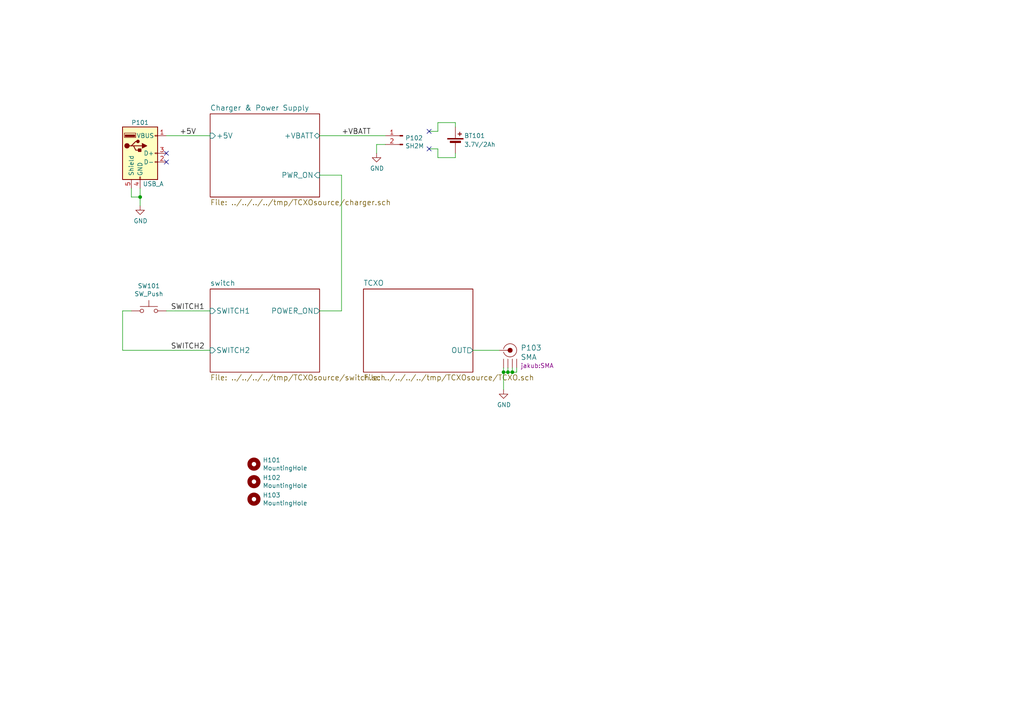
<source format=kicad_sch>
(kicad_sch (version 20230121) (generator eeschema)
  (paper "A4")
  (title_block (title "TCXO clock source") (date "2019-06-16") (rev "1.1") (company "King's College London") (comment 1 "CC-BY-SA"))
  (lib_symbols
    (symbol "Device:Battery_Cell" (pin_numbers hide) (pin_names (offset 0) hide)
      (property "Reference" "BT" (at 2.54 2.54 0))
      (property "Value" "Battery_Cell" (at 2.54 0 0))
      (symbol "Battery_Cell_0_1"
        (rectangle (start -2.286 1.778) (end 2.286 1.524) (fill (type outline)))
        (rectangle (start -1.524 1.016) (end 1.524 0.508) (fill (type outline)))
        (polyline (pts (xy 0 0.762) (xy 0 0)))
        (polyline (pts (xy 0 1.778) (xy 0 2.54)))
        (polyline (pts (xy 0.762 3.048) (xy 1.778 3.048)) (stroke (width 0.254)))
        (polyline (pts (xy 1.27 3.556) (xy 1.27 2.54)) (stroke (width 0.254)))
      )
      (symbol "Battery_Cell_1_1"
        (pin passive line (at 0 5.08 270) (length 2.54) (name "+") (number "1"))
        (pin passive line (at 0 -2.54 90) (length 2.54) (name "-") (number "2"))
      )
    )
    (symbol "Mechanical:MountingHole" (pin_names (offset 1.016))
      (property "Reference" "H" (at 0 5.08 0))
      (property "Value" "MountingHole" (at 0 3.175 0))
      (symbol "MountingHole_0_1"
        (circle (center 0 0) (radius 1.27) (stroke (width 1.27)))
      )
    )
    (symbol "Switch:SW_Push" (pin_numbers hide) (pin_names (offset 1.016) hide)
      (property "Reference" "SW" (at 1.27 2.54 0))
      (property "Value" "SW_Push" (at 0 -1.524 0))
      (symbol "SW_Push_0_1"
        (circle (center -2.032 0) (radius 0.508))
        (polyline (pts (xy 0 1.27) (xy 0 3.048)))
        (polyline (pts (xy 2.54 1.27) (xy -2.54 1.27)))
        (circle (center 2.032 0) (radius 0.508))
        (pin passive line (at -5.08 0 0) (length 2.54) (name "1") (number "1"))
        (pin passive line (at 5.08 0 180) (length 2.54) (name "2") (number "2"))
      )
    )
    (symbol "TCXOsource-rescue:Conn_01x02_Male-Connector" (pin_names (offset 1.016) hide)
      (property "Reference" "J" (at 0 2.54 0))
      (property "Value" "Connector_Conn_01x02_Male" (at 0 -5.08 0))
      (symbol "Conn_01x02_Male-Connector_1_1"
        (polyline (pts (xy 1.27 -2.54) (xy 0.8636 -2.54)) (stroke (width 0.1524)))
        (polyline (pts (xy 1.27 0) (xy 0.8636 0)) (stroke (width 0.1524)))
        (rectangle (start 0.8636 -2.413) (end 0 -2.667) (stroke (width 0.1524)) (fill (type outline)))
        (rectangle (start 0.8636 0.127) (end 0 -0.127) (stroke (width 0.1524)) (fill (type outline)))
        (pin passive line (at 5.08 0 180) (length 3.81) (name "Pin_1") (number "1"))
        (pin passive line (at 5.08 -2.54 180) (length 3.81) (name "Pin_2") (number "2"))
      )
    )
    (symbol "TCXOsource-rescue:SMA-jakub" (pin_numbers hide) (pin_names (offset 1.016) hide)
      (property "Reference" "J" (at 3.175 8.001 0))
      (property "Value" "jakub_SMA" (at 4.826 6.096 0))
      (property "Footprint" "SMA" (at 4.445 4.318 0))
      (symbol "SMA-jakub_0_1"
        (arc (start -2.54 7.112) (mid -1.8259 6.0889) (end -0.635 5.715))
        (arc (start -0.635 5.715) (mid 1.2617 7.62) (end -0.635 9.525))
        (circle (center -0.635 7.62) (radius 0.635) (fill (type outline)))
        (arc (start -0.635 9.525) (mid -1.8486 9.09) (end -2.54 8.001))
      )
      (symbol "SMA-jakub_1_1"
        (pin bidirectional line (at -3.81 7.62 0) (length 2.54) (name "RF") (number "1"))
        (pin power_in line (at -2.54 2.54 90) (length 2.54) (name "GND1") (number "2"))
        (pin power_in line (at -1.27 2.54 90) (length 2.54) (name "GND2") (number "3"))
        (pin power_in line (at 0 2.54 90) (length 2.54) (name "GND3") (number "4"))
        (pin power_in line (at 1.27 2.54 90) (length 2.54) (name "GND4") (number "5"))
      )
    )
    (symbol "TCXOsource-rescue:USB_A-Connector" (pin_names (offset 1.016))
      (property "Reference" "J" (at -5.08 11.43 0))
      (property "Value" "Connector_USB_A" (at -5.08 8.89 0))
      (symbol "USB_A-Connector_0_1"
        (rectangle (start -5.08 -7.62) (end 5.08 7.62) (stroke (width 0.254)) (fill (type background)))
        (circle (center -3.81 2.159) (radius 0.635) (stroke (width 0.254)) (fill (type outline)))
        (rectangle (start -1.524 4.826) (end -4.318 5.334) (fill (type outline)))
        (rectangle (start -1.27 4.572) (end -4.572 5.842))
        (circle (center -0.635 3.429) (radius 0.381) (stroke (width 0.254)) (fill (type outline)))
        (rectangle (start -0.127 -7.62) (end 0.127 -6.858))
        (polyline (pts (xy -3.175 2.159) (xy -2.54 2.159) (xy -1.27 3.429) (xy -0.635 3.429)) (stroke (width 0.254)))
        (polyline (pts (xy -2.54 2.159) (xy -1.905 2.159) (xy -1.27 0.889) (xy 0 0.889)) (stroke (width 0.254)))
        (polyline (pts (xy 0.635 2.794) (xy 0.635 1.524) (xy 1.905 2.159) (xy 0.635 2.794)) (stroke (width 0.254)) (fill (type outline)))
        (rectangle (start 0.254 1.27) (end -0.508 0.508) (stroke (width 0.254)) (fill (type outline)))
        (rectangle (start 5.08 -2.667) (end 4.318 -2.413))
        (rectangle (start 5.08 -0.127) (end 4.318 0.127))
        (rectangle (start 5.08 4.953) (end 4.318 5.207))
      )
      (symbol "USB_A-Connector_1_1"
        (polyline (pts (xy -1.905 2.159) (xy 0.635 2.159)) (stroke (width 0.254)))
        (pin power_in line (at 7.62 5.08 180) (length 2.54) (name "VBUS") (number "1"))
        (pin passive line (at 7.62 -2.54 180) (length 2.54) (name "D-") (number "2"))
        (pin passive line (at 7.62 0 180) (length 2.54) (name "D+") (number "3"))
        (pin power_in line (at 0 -10.16 90) (length 2.54) (name "GND") (number "4"))
        (pin passive line (at -2.54 -10.16 90) (length 2.54) (name "Shield") (number "5"))
      )
    )
    (symbol "power:GND" (power) (pin_names (offset 0))
      (property "Value" "GND" (at 0 -3.81 0))
      (symbol "GND_0_1"
        (polyline (pts (xy 0 0) (xy 0 -1.27) (xy 1.27 -1.27) (xy 0 -2.54) (xy -1.27 -1.27) (xy 0 -1.27)))
      )
      (symbol "GND_1_1"
        (pin power_in line (at 0 0 270) (length 0) hide (name "GND") (number "1"))
      )
    )
  )
  (junction (at 146.05 107.95))
  (junction (at 147.32 107.95))
  (junction (at 40.64 57.15))
  (junction (at 148.59 107.95))
  (no_connect (at 48.26 44.45))
  (no_connect (at 124.46 43.18))
  (no_connect (at 48.26 46.99))
  (no_connect (at 124.46 38.1))
  (wire (pts (xy 40.64 57.15) (xy 40.64 54.61)))
  (wire (pts (xy 48.26 90.17) (xy 60.96 90.17)))
  (wire (pts (xy 132.08 45.72) (xy 132.08 44.45)))
  (wire (pts (xy 60.96 39.37) (xy 48.26 39.37)))
  (wire (pts (xy 137.16 101.6) (xy 144.78 101.6)))
  (wire (pts (xy 127 45.72) (xy 132.08 45.72)))
  (wire (pts (xy 149.86 107.95) (xy 149.86 106.68)))
  (wire (pts (xy 38.1 57.15) (xy 40.64 57.15)))
  (wire (pts (xy 127 43.18) (xy 127 45.72)))
  (wire (pts (xy 38.1 54.61) (xy 38.1 57.15)))
  (wire (pts (xy 148.59 107.95) (xy 149.86 107.95)))
  (wire (pts (xy 35.56 101.6) (xy 60.96 101.6)))
  (wire (pts (xy 147.32 107.95) (xy 148.59 107.95)))
  (wire (pts (xy 111.76 39.37) (xy 92.71 39.37)))
  (wire (pts (xy 127 38.1) (xy 124.46 38.1)))
  (wire (pts (xy 147.32 107.95) (xy 147.32 106.68)))
  (wire (pts (xy 35.56 90.17) (xy 35.56 101.6)))
  (wire (pts (xy 124.46 43.18) (xy 127 43.18)))
  (wire (pts (xy 146.05 106.68) (xy 146.05 107.95)))
  (wire (pts (xy 99.06 90.17) (xy 99.06 50.8)))
  (wire (pts (xy 92.71 50.8) (xy 99.06 50.8)))
  (wire (pts (xy 148.59 107.95) (xy 148.59 106.68)))
  (wire (pts (xy 38.1 90.17) (xy 35.56 90.17)))
  (wire (pts (xy 132.08 35.56) (xy 127 35.56)))
  (wire (pts (xy 92.71 90.17) (xy 99.06 90.17)))
  (wire (pts (xy 146.05 107.95) (xy 147.32 107.95)))
  (wire (pts (xy 146.05 107.95) (xy 146.05 113.03)))
  (wire (pts (xy 111.76 41.91) (xy 109.22 41.91)))
  (wire (pts (xy 40.64 59.69) (xy 40.64 57.15)))
  (wire (pts (xy 132.08 36.83) (xy 132.08 35.56)))
  (wire (pts (xy 127 35.56) (xy 127 38.1)))
  (wire (pts (xy 109.22 41.91) (xy 109.22 44.45)))
  (label "SWITCH2" (at 49.53 101.6 0) (effects (font (size 1.524 1.524))))
  (label "+VBATT" (at 99.06 39.37 0) (effects (font (size 1.524 1.524))))
  (label "+5V" (at 52.07 39.37 0) (effects (font (size 1.524 1.524))))
  (label "SWITCH1" (at 49.53 90.17 0) (effects (font (size 1.524 1.524))))
  (symbol (lib_id "TCXOsource-rescue:USB_A-Connector") (at 40.64 44.45 0) (unit 1)
    (property "Reference" "P101" (at 40.64 35.56 0))
    (property "Value" "USB_A" (at 44.45 53.34 0))
    (property "Footprint" "jakub:Molex_USB_A" (effects hide))
    (property "Part Number" "48037-0001" (effects hide))
    (property "Manufacturer" "Molex" (effects hide))
    (property "Package" "USB-A plug" (effects hide))
    (property "Supplier" "Farnell" (effects hide))
    (property "Order Code" "2067044" (effects hide))
    (property "Note" "USB shielded I/O plug type A right angle through hole" (effects hide))
    (property "Price" "0.52" (effects hide))
  )
  (symbol (lib_id "Device:Battery_Cell") (at 132.08 41.91 0) (unit 1)
    (property "Reference" "BT101" (at 134.62 39.37 0) (effects (justify left)))
    (property "Value" "3.7V/2Ah" (at 134.62 41.91 0) (effects (justify left)))
    (property "Footprint" "jakub:MIKROE-1120" (effects hide))
    (property "Datasheet" "http://www.farnell.com/datasheets/2369105.pdf" (effects hide))
    (property "Part Number" "MIKROE-1120" (effects hide))
    (property "Manufacturer" "MikroElektronika" (effects hide))
    (property "Package" "63x44" (effects hide))
    (property "Supplier" "Farnell" (effects hide))
    (property "Order Code" "2786900" (effects hide))
    (property "Note" "2 Ah Li-ion polymer battery" (effects hide))
    (property "Price" "11.53" (effects hide))
  )
  (symbol (lib_id "Switch:SW_Push") (at 43.18 90.17 0) (unit 1)
    (property "Reference" "SW101" (at 43.18 82.931 0))
    (property "Value" "SW_Push" (at 43.18 85.2424 0))
    (property "Footprint" "Button_Switch_THT:SW_PUSH_6mm_H13mm" (effects hide))
    (property "Part Number" "2-1825910-7" (effects hide))
    (property "Manufacturer" "TE Connectivity" (effects hide))
    (property "Package" "6x6 mm" (effects hide))
    (property "Supplier" "Farnell" (effects hide))
    (property "Order Code" "2533101" (effects hide))
    (property "Note" "Tactile Switch 9.4 mm button actuator" (effects hide))
  )
  (symbol (lib_id "power:GND") (at 109.22 44.45 0) (unit 1)
    (property "Reference" "#PWR0102" (effects hide))
    (property "Value" "GND" (at 109.347 48.8442 0))
  )
  (symbol (lib_id "power:GND") (at 40.64 59.69 0) (unit 1)
    (property "Reference" "#PWR0103" (effects hide))
    (property "Value" "GND" (at 40.767 64.0842 0))
  )
  (symbol (lib_id "TCXOsource-rescue:Conn_01x02_Male-Connector") (at 116.84 39.37 0) (mirror y) (unit 1)
    (property "Reference" "P102" (at 117.5512 40.0304 0) (effects (justify right)))
    (property "Value" "SH2M" (at 117.5512 42.3418 0) (effects (justify right)))
    (property "Footprint" "Connector_JST:JST_XH_S2B-XH-A_1x02_P2.50mm_Horizontal" (effects hide))
    (property "Part Number" "S2B-XH-A(LF)(SN)" (effects hide))
    (property "Manufacturer" "JST" (effects hide))
    (property "Package" "2.5mm pitch" (effects hide))
    (property "Supplier" "Farnell" (effects hide))
    (property "Order Code" "1516289" (effects hide))
    (property "Alt. Supplier" "RS Components" (effects hide))
    (property "Note" "2-way XH connector 2.5mm pitch crimp style" (effects hide))
    (property "Alt. Order Code" "820-1582" (effects hide))
  )
  (symbol (lib_id "TCXOsource-rescue:SMA-jakub") (at 148.59 109.22 0) (unit 1)
    (property "Reference" "P103" (at 150.9776 100.8888 0) (effects (font (size 1.524 1.524)) (justify left)))
    (property "Value" "SMA" (at 150.9776 103.5812 0) (effects (font (size 1.524 1.524)) (justify left)))
    (property "Footprint" "jakub:SMA" (at 150.9776 106.0704 0) (effects (justify left)))
    (property "Part Number" "73251-2200" (effects hide))
    (property "Manufacturer" "Molex" (effects hide))
    (property "Package" "SMA R/A" (effects hide))
    (property "Supplier" "Farnell" (effects hide))
    (property "Order Code" "2293854" (effects hide))
    (property "Note" "SMA RF Coaxial Connector Right Angle" (effects hide))
  )
  (symbol (lib_id "power:GND") (at 146.05 113.03 0) (unit 1)
    (property "Reference" "#PWR0104" (effects hide))
    (property "Value" "GND" (at 146.177 117.4242 0))
  )
  (symbol (lib_id "Mechanical:MountingHole") (at 73.66 134.62 0) (unit 1)
    (property "Reference" "H101" (at 76.2 133.4516 0) (effects (justify left)))
    (property "Value" "MountingHole" (at 76.2 135.763 0) (effects (justify left)))
    (property "Footprint" "MountingHole:MountingHole_3.2mm_M3" (effects hide))
  )
  (symbol (lib_id "Mechanical:MountingHole") (at 73.66 139.7 0) (unit 1)
    (property "Reference" "H102" (at 76.2 138.5316 0) (effects (justify left)))
    (property "Value" "MountingHole" (at 76.2 140.843 0) (effects (justify left)))
    (property "Footprint" "MountingHole:MountingHole_3.2mm_M3" (effects hide))
  )
  (symbol (lib_id "Mechanical:MountingHole") (at 73.66 144.78 0) (unit 1)
    (property "Reference" "H103" (at 76.2 143.6116 0) (effects (justify left)))
    (property "Value" "MountingHole" (at 76.2 145.923 0) (effects (justify left)))
    (property "Footprint" "MountingHole:MountingHole_3.2mm_M3" (effects hide))
  )
  (sheet (at 105.41 83.82) (size 31.75 24.13)
    (property "Sheetname" "TCXO" (at 105.41 82.9814 0) (effects (font (size 1.524 1.524)) (justify left bottom)))
    (property "Sheetfile" "../../../../tmp/TCXOsource/TCXO.sch" (at 105.41 108.6362 0) (effects (font (size 1.524 1.524)) (justify left top)))
    (pin "OUT" output (at 137.16 101.6 0) (effects (font (size 1.524 1.524))))
  )
  (sheet (at 60.96 33.02) (size 31.75 24.13)
    (property "Sheetname" "Charger & Power Supply" (at 60.96 32.1814 0) (effects (font (size 1.524 1.524)) (justify left bottom)))
    (property "Sheetfile" "../../../../tmp/TCXOsource/charger.sch" (at 60.96 57.8362 0) (effects (font (size 1.524 1.524)) (justify left top)))
    (pin "+5V" input (at 60.96 39.37 180) (effects (font (size 1.524 1.524))))
    (pin "PWR_ON" input (at 92.71 50.8 0) (effects (font (size 1.524 1.524))))
    (pin "+VBATT" bidirectional (at 92.71 39.37 0) (effects (font (size 1.524 1.524))))
  )
  (sheet (at 60.96 83.82) (size 31.75 24.13)
    (property "Sheetname" "switch" (at 60.96 82.9814 0) (effects (font (size 1.524 1.524)) (justify left bottom)))
    (property "Sheetfile" "../../../../tmp/TCXOsource/switch.sch" (at 60.96 108.6362 0) (effects (font (size 1.524 1.524)) (justify left top)))
    (pin "POWER_ON" output (at 92.71 90.17 0) (effects (font (size 1.524 1.524))))
    (pin "SWITCH1" input (at 60.96 90.17 180) (effects (font (size 1.524 1.524))))
    (pin "SWITCH2" input (at 60.96 101.6 180) (effects (font (size 1.524 1.524))))
  )
)
</source>
